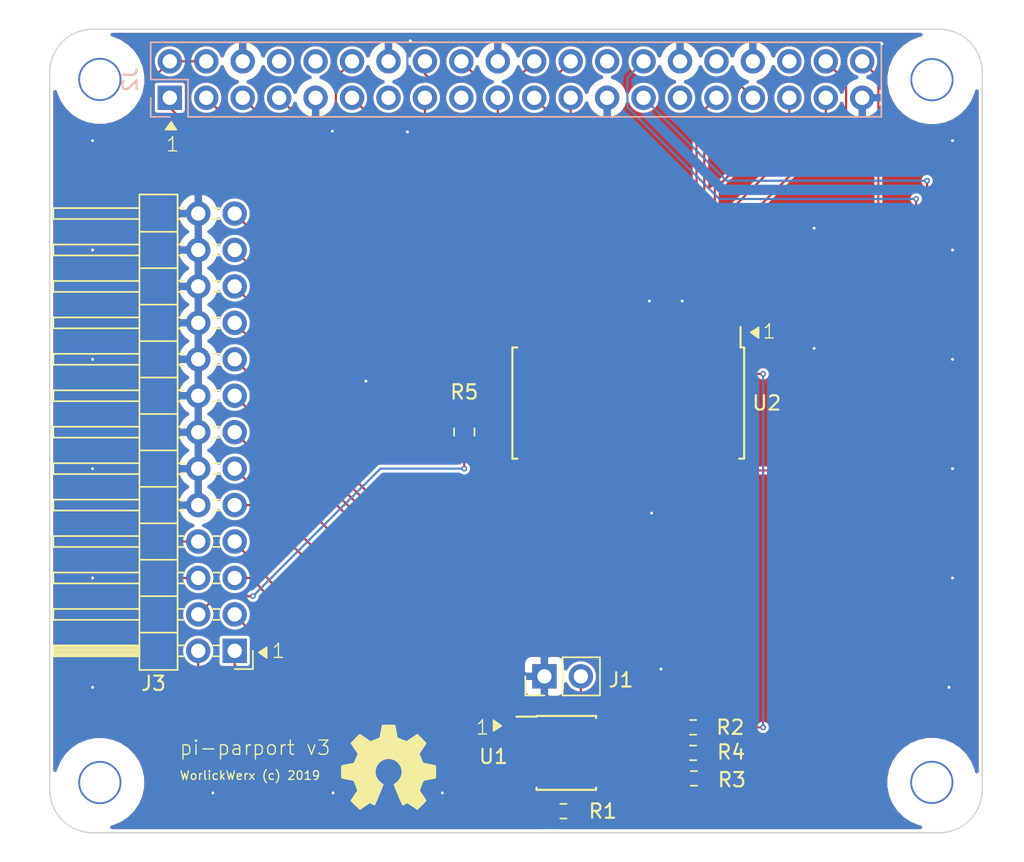
<source format=kicad_pcb>
(kicad_pcb (version 20171130) (host pcbnew "(5.1.5-0-10_14)")
  (layers (0 F.Cu signal) (31 B.Cu signal) (34 B.Paste user) (35 F.Paste user) (36 B.SilkS user) (37 F.SilkS user) (38 B.Mask user) (39 F.Mask user) (44 Edge.Cuts user))
  (net 0 "")
  (net 1 GND)
  (net 2 /ID_SD_EEPROM)
  (net 3 /ID_SC_EEPROM)
  (net 4 "Net-(J1-Pad2)")
  (net 5 +3V3)
  (net 6 +5V)
  (net 7 /GPIO2)
  (net 8 /GPIO3)
  (net 9 /GPIO4)
  (net 10 "Net-(J2-Pad8)")
  (net 11 "Net-(J2-Pad10)")
  (net 12 /GPIO17)
  (net 13 /GPIO18)
  (net 14 "Net-(J2-Pad13)")
  (net 15 /GPIO22)
  (net 16 /GPIO23)
  (net 17 "Net-(J2-Pad17)")
  (net 18 /GPIO24)
  (net 19 /GPIO10)
  (net 20 /GPIO9)
  (net 21 /GPIO25)
  (net 22 /GPIO11)
  (net 23 /GPIO8)
  (net 24 "Net-(J2-Pad26)")
  (net 25 "Net-(J2-Pad29)")
  (net 26 /GPIO6)
  (net 27 "Net-(J2-Pad32)")
  (net 28 /GPIO13)
  (net 29 /GPIO19)
  (net 30 "Net-(J2-Pad36)")
  (net 31 /GPIO26)
  (net 32 /GPIO20)
  (net 33 /GPIO21)
  (net 34 /CONTROL0)
  (net 35 /CONTROL1)
  (net 36 /DATA0)
  (net 37 /STATUS3)
  (net 38 /DATA1)
  (net 39 /CONTROL2)
  (net 40 /DATA2)
  (net 41 /CONTROL3)
  (net 42 /DATA3)
  (net 43 /DATA4)
  (net 44 /DATA5)
  (net 45 /DATA6)
  (net 46 /DATA7)
  (net 47 /STATUS6)
  (net 48 /STATUS7)
  (net 49 /STATUS5)
  (net 50 /STATUS4)
  (net 51 "Net-(U2-Pad30)")
  (net 52 "Net-(U2-Pad43)")
  (module Symbol:OSHW-Symbol_6.7x6mm_SilkScreen (layer F.Cu) (at 102.1588 112.268)
    (fp_text reference REF** hide)
    (fp_text value OSHW-Symbol_6.7x6mm_SilkScreen hide)
  )
  (module Resistor_SMD:R_0603_1608Metric_Pad0.84x1.00mm_HandSolder (layer F.Cu) (at 123.3905 111.252 180)
    (fp_text reference R4 (at -2.65 0.05) (layer F.SilkS))
    (fp_text value 3.9K)
    (pad 2 smd rect (at 0.9625 0 180) (size 0.845 1) (layers F.Cu F.Paste F.Mask) (net 3 /ID_SC_EEPROM))
    (pad 1 smd rect (at -0.9625 0 180) (size 0.845 1) (layers F.Cu F.Paste F.Mask) (net 5 +3V3))
  )
  (module Resistor_SMD:R_0603_1608Metric_Pad0.84x1.00mm_HandSolder (layer F.Cu) (at 114.3535 115.316 180)
    (fp_text reference R1 (at -2.7405 0) (layer F.SilkS))
    (fp_text value DNP)
    (pad 2 smd rect (at 0.9625 0 180) (size 0.845 1) (layers F.Cu F.Paste F.Mask) (net 1 GND))
    (pad 1 smd rect (at -0.9625 0 180) (size 0.845 1) (layers F.Cu F.Paste F.Mask) (net 4 "Net-(J1-Pad2)"))
  )
  (module Package_SOIC:SOIC-8_3.9x4.9mm_P1.27mm (layer F.Cu) (at 114.554 111.252)
    (fp_text reference U1 (at -5.08 0.254 180) (layer F.SilkS))
    (fp_text value CAT24C32)
    (pad 1 smd rect (at -2.7 -1.905) (size 1.55 0.6) (layers F.Cu F.Paste F.Mask) (net 1 GND))
    (pad 2 smd rect (at -2.7 -0.635) (size 1.55 0.6) (layers F.Cu F.Paste F.Mask) (net 1 GND))
    (pad 3 smd rect (at -2.7 0.635) (size 1.55 0.6) (layers F.Cu F.Paste F.Mask) (net 1 GND))
    (pad 4 smd rect (at -2.7 1.905) (size 1.55 0.6) (layers F.Cu F.Paste F.Mask) (net 1 GND))
    (pad 5 smd rect (at 2.7 1.905) (size 1.55 0.6) (layers F.Cu F.Paste F.Mask) (net 2 /ID_SD_EEPROM))
    (pad 6 smd rect (at 2.7 0.635) (size 1.55 0.6) (layers F.Cu F.Paste F.Mask) (net 3 /ID_SC_EEPROM))
    (pad 7 smd rect (at 2.7 -0.635) (size 1.55 0.6) (layers F.Cu F.Paste F.Mask) (net 4 "Net-(J1-Pad2)"))
    (pad 8 smd rect (at 2.7 -1.905) (size 1.55 0.6) (layers F.Cu F.Paste F.Mask) (net 5 +3V3))
  )
  (module Package_SO:SSOP-48_7.5x15.9mm_P0.635mm (layer F.Cu) (at 118.872 86.868 270)
    (fp_text reference U2 (at 0 -9.652 180) (layer F.SilkS))
    (fp_text value SN74LVC161284DLR)
    (pad 1 smd rect (at -4.7 -7.3025 270) (size 1.2 0.4) (layers F.Cu F.Paste F.Mask) (net 32 /GPIO20))
    (pad 2 smd rect (at -4.7 -6.6675 270) (size 1.2 0.4) (layers F.Cu F.Paste F.Mask) (net 31 /GPIO26))
    (pad 3 smd rect (at -4.7 -6.0325 270) (size 1.2 0.4) (layers F.Cu F.Paste F.Mask) (net 29 /GPIO19))
    (pad 4 smd rect (at -4.7 -5.3975 270) (size 1.2 0.4) (layers F.Cu F.Paste F.Mask) (net 26 /GPIO6))
    (pad 5 smd rect (at -4.7 -4.7625 270) (size 1.2 0.4) (layers F.Cu F.Paste F.Mask) (net 28 /GPIO13))
    (pad 6 smd rect (at -4.7 -4.1275 270) (size 1.2 0.4) (layers F.Cu F.Paste F.Mask) (net 1 GND))
    (pad 7 smd rect (at -4.7 -3.4925 270) (size 1.2 0.4) (layers F.Cu F.Paste F.Mask) (net 5 +3V3))
    (pad 8 smd rect (at -4.7 -2.8575 270) (size 1.2 0.4) (layers F.Cu F.Paste F.Mask) (net 22 /GPIO11))
    (pad 9 smd rect (at -4.7 -2.2225 270) (size 1.2 0.4) (layers F.Cu F.Paste F.Mask) (net 23 /GPIO8))
    (pad 10 smd rect (at -4.7 -1.5875 270) (size 1.2 0.4) (layers F.Cu F.Paste F.Mask) (net 1 GND))
    (pad 11 smd rect (at -4.7 -0.9525 270) (size 1.2 0.4) (layers F.Cu F.Paste F.Mask) (net 20 /GPIO9))
    (pad 12 smd rect (at -4.7 -0.3175 270) (size 1.2 0.4) (layers F.Cu F.Paste F.Mask) (net 21 /GPIO25))
    (pad 13 smd rect (at -4.7 0.3175 270) (size 1.2 0.4) (layers F.Cu F.Paste F.Mask) (net 19 /GPIO10))
    (pad 14 smd rect (at -4.7 0.9525 270) (size 1.2 0.4) (layers F.Cu F.Paste F.Mask) (net 18 /GPIO24))
    (pad 15 smd rect (at -4.7 1.5875 270) (size 1.2 0.4) (layers F.Cu F.Paste F.Mask) (net 1 GND))
    (pad 16 smd rect (at -4.7 2.2225 270) (size 1.2 0.4) (layers F.Cu F.Paste F.Mask) (net 16 /GPIO23))
    (pad 17 smd rect (at -4.7 2.8575 270) (size 1.2 0.4) (layers F.Cu F.Paste F.Mask) (net 15 /GPIO22))
    (pad 18 smd rect (at -4.7 3.4925 270) (size 1.2 0.4) (layers F.Cu F.Paste F.Mask) (net 5 +3V3))
    (pad 19 smd rect (at -4.7 4.1275 270) (size 1.2 0.4) (layers F.Cu F.Paste F.Mask) (net 1 GND))
    (pad 20 smd rect (at -4.7 4.7625 270) (size 1.2 0.4) (layers F.Cu F.Paste F.Mask) (net 12 /GPIO17))
    (pad 21 smd rect (at -4.7 5.3975 270) (size 1.2 0.4) (layers F.Cu F.Paste F.Mask) (net 13 /GPIO18))
    (pad 22 smd rect (at -4.7 6.0325 270) (size 1.2 0.4) (layers F.Cu F.Paste F.Mask) (net 9 /GPIO4))
    (pad 23 smd rect (at -4.7 6.6675 270) (size 1.2 0.4) (layers F.Cu F.Paste F.Mask) (net 8 /GPIO3))
    (pad 24 smd rect (at -4.7 7.3025 270) (size 1.2 0.4) (layers F.Cu F.Paste F.Mask) (net 7 /GPIO2))
    (pad 25 smd rect (at 4.7 7.3025 270) (size 1.2 0.4) (layers F.Cu F.Paste F.Mask) (net 37 /STATUS3))
    (pad 26 smd rect (at 4.7 6.6675 270) (size 1.2 0.4) (layers F.Cu F.Paste F.Mask) (net 50 /STATUS4))
    (pad 27 smd rect (at 4.7 6.0325 270) (size 1.2 0.4) (layers F.Cu F.Paste F.Mask) (net 49 /STATUS5))
    (pad 28 smd rect (at 4.7 5.3975 270) (size 1.2 0.4) (layers F.Cu F.Paste F.Mask) (net 48 /STATUS7))
    (pad 29 smd rect (at 4.7 4.7625 270) (size 1.2 0.4) (layers F.Cu F.Paste F.Mask) (net 47 /STATUS6))
    (pad 30 smd rect (at 4.7 4.1275 270) (size 1.2 0.4) (layers F.Cu F.Paste F.Mask) (net 51 "Net-(U2-Pad30)"))
    (pad 31 smd rect (at 4.7 3.4925 270) (size 1.2 0.4) (layers F.Cu F.Paste F.Mask) (net 6 +5V))
    (pad 32 smd rect (at 4.7 2.8575 270) (size 1.2 0.4) (layers F.Cu F.Paste F.Mask) (net 46 /DATA7))
    (pad 33 smd rect (at 4.7 2.2225 270) (size 1.2 0.4) (layers F.Cu F.Paste F.Mask) (net 45 /DATA6))
    (pad 34 smd rect (at 4.7 1.5875 270) (size 1.2 0.4) (layers F.Cu F.Paste F.Mask) (net 1 GND))
    (pad 35 smd rect (at 4.7 0.9525 270) (size 1.2 0.4) (layers F.Cu F.Paste F.Mask) (net 44 /DATA5))
    (pad 36 smd rect (at 4.7 0.3175 270) (size 1.2 0.4) (layers F.Cu F.Paste F.Mask) (net 43 /DATA4))
    (pad 37 smd rect (at 4.7 -0.3175 270) (size 1.2 0.4) (layers F.Cu F.Paste F.Mask) (net 42 /DATA3))
    (pad 38 smd rect (at 4.7 -0.9525 270) (size 1.2 0.4) (layers F.Cu F.Paste F.Mask) (net 40 /DATA2))
    (pad 39 smd rect (at 4.7 -1.5875 270) (size 1.2 0.4) (layers F.Cu F.Paste F.Mask) (net 1 GND))
    (pad 40 smd rect (at 4.7 -2.2225 270) (size 1.2 0.4) (layers F.Cu F.Paste F.Mask) (net 38 /DATA1))
    (pad 41 smd rect (at 4.7 -2.8575 270) (size 1.2 0.4) (layers F.Cu F.Paste F.Mask) (net 36 /DATA0))
    (pad 42 smd rect (at 4.7 -3.4925 270) (size 1.2 0.4) (layers F.Cu F.Paste F.Mask) (net 6 +5V))
    (pad 43 smd rect (at 4.7 -4.1275 270) (size 1.2 0.4) (layers F.Cu F.Paste F.Mask) (net 52 "Net-(U2-Pad43)"))
    (pad 44 smd rect (at 4.7 -4.7625 270) (size 1.2 0.4) (layers F.Cu F.Paste F.Mask) (net 34 /CONTROL0))
    (pad 45 smd rect (at 4.7 -5.3975 270) (size 1.2 0.4) (layers F.Cu F.Paste F.Mask) (net 35 /CONTROL1))
    (pad 46 smd rect (at 4.7 -6.0325 270) (size 1.2 0.4) (layers F.Cu F.Paste F.Mask) (net 39 /CONTROL2))
    (pad 47 smd rect (at 4.7 -6.6675 270) (size 1.2 0.4) (layers F.Cu F.Paste F.Mask) (net 41 /CONTROL3))
    (pad 48 smd rect (at 4.7 -7.3025 270) (size 1.2 0.4) (layers F.Cu F.Paste F.Mask) (net 33 /GPIO21))
  )
  (module Resistor_SMD:R_0603_1608Metric_Pad0.84x1.00mm_HandSolder (layer F.Cu) (at 123.3905 109.474)
    (fp_text reference R2 (at 2.5935 0) (layer F.SilkS))
    (fp_text value 10K)
    (pad 1 smd rect (at -0.9625 0) (size 0.845 1) (layers F.Cu F.Paste F.Mask) (net 4 "Net-(J1-Pad2)"))
    (pad 2 smd rect (at 0.9625 0) (size 0.845 1) (layers F.Cu F.Paste F.Mask) (net 5 +3V3))
  )
  (module Connector_PinHeader_2.54mm:PinHeader_2x13_P2.54mm_Horizontal (layer F.Cu) (at 91.44 104.14 180)
    (fp_text reference J3 (at 5.655 -2.27) (layer F.SilkS))
    (fp_text value Conn_02x13_Odd_Even)
    (pad 1 thru_hole rect (at 0 0 180) (size 1.7 1.7) (drill 1) (layers *.Cu *.Mask) (net 34 /CONTROL0))
    (pad 2 thru_hole oval (at 2.54 0 180) (size 1.7 1.7) (drill 1) (layers *.Cu *.Mask) (net 35 /CONTROL1))
    (pad 3 thru_hole oval (at 0 2.54 180) (size 1.7 1.7) (drill 1) (layers *.Cu *.Mask) (net 36 /DATA0))
    (pad 4 thru_hole oval (at 2.54 2.54 180) (size 1.7 1.7) (drill 1) (layers *.Cu *.Mask) (net 37 /STATUS3))
    (pad 5 thru_hole oval (at 0 5.08 180) (size 1.7 1.7) (drill 1) (layers *.Cu *.Mask) (net 38 /DATA1))
    (pad 6 thru_hole oval (at 2.54 5.08 180) (size 1.7 1.7) (drill 1) (layers *.Cu *.Mask) (net 39 /CONTROL2))
    (pad 7 thru_hole oval (at 0 7.62 180) (size 1.7 1.7) (drill 1) (layers *.Cu *.Mask) (net 40 /DATA2))
    (pad 8 thru_hole oval (at 2.54 7.62 180) (size 1.7 1.7) (drill 1) (layers *.Cu *.Mask) (net 41 /CONTROL3))
    (pad 9 thru_hole oval (at 0 10.16 180) (size 1.7 1.7) (drill 1) (layers *.Cu *.Mask) (net 42 /DATA3))
    (pad 10 thru_hole oval (at 2.54 10.16 180) (size 1.7 1.7) (drill 1) (layers *.Cu *.Mask) (net 1 GND))
    (pad 11 thru_hole oval (at 0 12.7 180) (size 1.7 1.7) (drill 1) (layers *.Cu *.Mask) (net 43 /DATA4))
    (pad 12 thru_hole oval (at 2.54 12.7 180) (size 1.7 1.7) (drill 1) (layers *.Cu *.Mask) (net 1 GND))
    (pad 13 thru_hole oval (at 0 15.24 180) (size 1.7 1.7) (drill 1) (layers *.Cu *.Mask) (net 44 /DATA5))
    (pad 14 thru_hole oval (at 2.54 15.24 180) (size 1.7 1.7) (drill 1) (layers *.Cu *.Mask) (net 1 GND))
    (pad 15 thru_hole oval (at 0 17.78 180) (size 1.7 1.7) (drill 1) (layers *.Cu *.Mask) (net 45 /DATA6))
    (pad 16 thru_hole oval (at 2.54 17.78 180) (size 1.7 1.7) (drill 1) (layers *.Cu *.Mask) (net 1 GND))
    (pad 17 thru_hole oval (at 0 20.32 180) (size 1.7 1.7) (drill 1) (layers *.Cu *.Mask) (net 46 /DATA7))
    (pad 18 thru_hole oval (at 2.54 20.32 180) (size 1.7 1.7) (drill 1) (layers *.Cu *.Mask) (net 1 GND))
    (pad 19 thru_hole oval (at 0 22.86 180) (size 1.7 1.7) (drill 1) (layers *.Cu *.Mask) (net 47 /STATUS6))
    (pad 20 thru_hole oval (at 2.54 22.86 180) (size 1.7 1.7) (drill 1) (layers *.Cu *.Mask) (net 1 GND))
    (pad 21 thru_hole oval (at 0 25.4 180) (size 1.7 1.7) (drill 1) (layers *.Cu *.Mask) (net 48 /STATUS7))
    (pad 22 thru_hole oval (at 2.54 25.4 180) (size 1.7 1.7) (drill 1) (layers *.Cu *.Mask) (net 1 GND))
    (pad 23 thru_hole oval (at 0 27.94 180) (size 1.7 1.7) (drill 1) (layers *.Cu *.Mask) (net 49 /STATUS5))
    (pad 24 thru_hole oval (at 2.54 27.94 180) (size 1.7 1.7) (drill 1) (layers *.Cu *.Mask) (net 1 GND))
    (pad 25 thru_hole oval (at 0 30.48 180) (size 1.7 1.7) (drill 1) (layers *.Cu *.Mask) (net 50 /STATUS4))
    (pad 26 thru_hole oval (at 2.54 30.48 180) (size 1.7 1.7) (drill 1) (layers *.Cu *.Mask) (net 1 GND))
  )
  (module Connector_PinSocket_2.54mm:PinSocket_2x20_P2.54mm_Vertical (layer B.Cu) (at 86.92 65.59 270)
    (fp_text reference J2 (at -1.27 2.77 270) (layer B.SilkS) (effects (justify mirror)))
    (fp_text value 40HAT)
    (pad 1 thru_hole rect (at 0 0 270) (size 1.7 1.7) (drill 1) (layers *.Cu *.Mask) (net 5 +3V3))
    (pad 2 thru_hole oval (at -2.54 0 270) (size 1.7 1.7) (drill 1) (layers *.Cu *.Mask) (net 6 +5V))
    (pad 3 thru_hole oval (at 0 -2.54 270) (size 1.7 1.7) (drill 1) (layers *.Cu *.Mask) (net 7 /GPIO2))
    (pad 4 thru_hole oval (at -2.54 -2.54 270) (size 1.7 1.7) (drill 1) (layers *.Cu *.Mask) (net 6 +5V))
    (pad 5 thru_hole oval (at 0 -5.08 270) (size 1.7 1.7) (drill 1) (layers *.Cu *.Mask) (net 8 /GPIO3))
    (pad 6 thru_hole oval (at -2.54 -5.08 270) (size 1.7 1.7) (drill 1) (layers *.Cu *.Mask) (net 1 GND))
    (pad 7 thru_hole oval (at 0 -7.62 270) (size 1.7 1.7) (drill 1) (layers *.Cu *.Mask) (net 9 /GPIO4))
    (pad 8 thru_hole oval (at -2.54 -7.62 270) (size 1.7 1.7) (drill 1) (layers *.Cu *.Mask) (net 10 "Net-(J2-Pad8)"))
    (pad 9 thru_hole oval (at 0 -10.16 270) (size 1.7 1.7) (drill 1) (layers *.Cu *.Mask) (net 1 GND))
    (pad 10 thru_hole oval (at -2.54 -10.16 270) (size 1.7 1.7) (drill 1) (layers *.Cu *.Mask) (net 11 "Net-(J2-Pad10)"))
    (pad 11 thru_hole oval (at 0 -12.7 270) (size 1.7 1.7) (drill 1) (layers *.Cu *.Mask) (net 12 /GPIO17))
    (pad 12 thru_hole oval (at -2.54 -12.7 270) (size 1.7 1.7) (drill 1) (layers *.Cu *.Mask) (net 13 /GPIO18))
    (pad 13 thru_hole oval (at 0 -15.24 270) (size 1.7 1.7) (drill 1) (layers *.Cu *.Mask) (net 14 "Net-(J2-Pad13)"))
    (pad 14 thru_hole oval (at -2.54 -15.24 270) (size 1.7 1.7) (drill 1) (layers *.Cu *.Mask) (net 1 GND))
    (pad 15 thru_hole oval (at 0 -17.78 270) (size 1.7 1.7) (drill 1) (layers *.Cu *.Mask) (net 15 /GPIO22))
    (pad 16 thru_hole oval (at -2.54 -17.78 270) (size 1.7 1.7) (drill 1) (layers *.Cu *.Mask) (net 16 /GPIO23))
    (pad 17 thru_hole oval (at 0 -20.32 270) (size 1.7 1.7) (drill 1) (layers *.Cu *.Mask) (net 17 "Net-(J2-Pad17)"))
    (pad 18 thru_hole oval (at -2.54 -20.32 270) (size 1.7 1.7) (drill 1) (layers *.Cu *.Mask) (net 18 /GPIO24))
    (pad 19 thru_hole oval (at 0 -22.86 270) (size 1.7 1.7) (drill 1) (layers *.Cu *.Mask) (net 19 /GPIO10))
    (pad 20 thru_hole oval (at -2.54 -22.86 270) (size 1.7 1.7) (drill 1) (layers *.Cu *.Mask) (net 1 GND))
    (pad 21 thru_hole oval (at 0 -25.4 270) (size 1.7 1.7) (drill 1) (layers *.Cu *.Mask) (net 20 /GPIO9))
    (pad 22 thru_hole oval (at -2.54 -25.4 270) (size 1.7 1.7) (drill 1) (layers *.Cu *.Mask) (net 21 /GPIO25))
    (pad 23 thru_hole oval (at 0 -27.94 270) (size 1.7 1.7) (drill 1) (layers *.Cu *.Mask) (net 22 /GPIO11))
    (pad 24 thru_hole oval (at -2.54 -27.94 270) (size 1.7 1.7) (drill 1) (layers *.Cu *.Mask) (net 23 /GPIO8))
    (pad 25 thru_hole oval (at 0 -30.48 270) (size 1.7 1.7) (drill 1) (layers *.Cu *.Mask) (net 1 GND))
    (pad 26 thru_hole oval (at -2.54 -30.48 270) (size 1.7 1.7) (drill 1) (layers *.Cu *.Mask) (net 24 "Net-(J2-Pad26)"))
    (pad 27 thru_hole oval (at 0 -33.02 270) (size 1.7 1.7) (drill 1) (layers *.Cu *.Mask) (net 2 /ID_SD_EEPROM))
    (pad 28 thru_hole oval (at -2.54 -33.02 270) (size 1.7 1.7) (drill 1) (layers *.Cu *.Mask) (net 3 /ID_SC_EEPROM))
    (pad 29 thru_hole oval (at 0 -35.56 270) (size 1.7 1.7) (drill 1) (layers *.Cu *.Mask) (net 25 "Net-(J2-Pad29)"))
    (pad 30 thru_hole oval (at -2.54 -35.56 270) (size 1.7 1.7) (drill 1) (layers *.Cu *.Mask) (net 1 GND))
    (pad 31 thru_hole oval (at 0 -38.1 270) (size 1.7 1.7) (drill 1) (layers *.Cu *.Mask) (net 26 /GPIO6))
    (pad 32 thru_hole oval (at -2.54 -38.1 270) (size 1.7 1.7) (drill 1) (layers *.Cu *.Mask) (net 27 "Net-(J2-Pad32)"))
    (pad 33 thru_hole oval (at 0 -40.64 270) (size 1.7 1.7) (drill 1) (layers *.Cu *.Mask) (net 28 /GPIO13))
    (pad 34 thru_hole oval (at -2.54 -40.64 270) (size 1.7 1.7) (drill 1) (layers *.Cu *.Mask) (net 1 GND))
    (pad 35 thru_hole oval (at 0 -43.18 270) (size 1.7 1.7) (drill 1) (layers *.Cu *.Mask) (net 29 /GPIO19))
    (pad 36 thru_hole oval (at -2.54 -43.18 270) (size 1.7 1.7) (drill 1) (layers *.Cu *.Mask) (net 30 "Net-(J2-Pad36)"))
    (pad 37 thru_hole oval (at 0 -45.72 270) (size 1.7 1.7) (drill 1) (layers *.Cu *.Mask) (net 31 /GPIO26))
    (pad 38 thru_hole oval (at -2.54 -45.72 270) (size 1.7 1.7) (drill 1) (layers *.Cu *.Mask) (net 32 /GPIO20))
    (pad 39 thru_hole oval (at 0 -48.26 270) (size 1.7 1.7) (drill 1) (layers *.Cu *.Mask) (net 1 GND))
    (pad 40 thru_hole oval (at -2.54 -48.26 270) (size 1.7 1.7) (drill 1) (layers *.Cu *.Mask) (net 33 /GPIO21))
  )
  (module Connector_PinHeader_2.54mm:PinHeader_1x02_P2.54mm_Vertical (layer F.Cu) (at 113.03 105.918 90)
    (fp_text reference J1 (at -0.254 5.334 180) (layer F.SilkS))
    (fp_text value CONN_01X02)
    (pad 1 thru_hole rect (at 0 0 90) (size 1.7 1.7) (drill 1) (layers *.Cu *.Mask) (net 1 GND))
    (pad 2 thru_hole oval (at 0 2.54 90) (size 1.7 1.7) (drill 1) (layers *.Cu *.Mask) (net 4 "Net-(J1-Pad2)"))
  )
  (module Resistor_SMD:R_0603_1608Metric_Pad0.84x1.00mm_HandSolder (layer F.Cu) (at 123.444 113.03 180)
    (fp_text reference R3 (at -2.65 -0.1) (layer F.SilkS))
    (fp_text value 3.9K)
    (pad 1 smd rect (at -0.9625 0 180) (size 0.845 1) (layers F.Cu F.Paste F.Mask) (net 5 +3V3))
    (pad 2 smd rect (at 0.9625 0 180) (size 0.845 1) (layers F.Cu F.Paste F.Mask) (net 2 /ID_SD_EEPROM))
  )
  (module project_footprints:NPTH_3mm_ID (layer F.Cu) (at 82.04 64.31)
    (fp_text reference H1 (at 0.06 0.09) (layer F.SilkS))
    (fp_text value 3mm_Mounting_Hole hide)
    (pad "" np_thru_hole circle (at 0 0) (size 3 3) (drill 2.75) (layers *.Cu *.Mask) (clearance 1.6))
  )
  (module project_footprints:NPTH_3mm_ID (layer F.Cu) (at 140.04 64.33)
    (fp_text reference H3 (at 0.06 0.09) (layer F.SilkS))
    (fp_text value 3mm_Mounting_Hole hide)
    (pad "" np_thru_hole circle (at 0 0) (size 3 3) (drill 2.75) (layers *.Cu *.Mask) (clearance 1.6))
  )
  (module project_footprints:NPTH_3mm_ID (layer F.Cu) (at 82.04 113.32)
    (fp_text reference H2 (at 0.06 0.09) (layer F.SilkS))
    (fp_text value 3mm_Mounting_Hole hide)
    (pad "" np_thru_hole circle (at 0 0) (size 3 3) (drill 2.75) (layers *.Cu *.Mask) (clearance 1.6))
  )
  (module project_footprints:NPTH_3mm_ID (layer F.Cu) (at 140.03 113.31)
    (fp_text reference H4 (at 0.06 0.09) (layer F.SilkS))
    (fp_text value 3mm_Mounting_Hole hide)
    (pad "" np_thru_hole circle (at 0 0) (size 3 3) (drill 2.75) (layers *.Cu *.Mask) (clearance 1.6))
  )
  (module Resistor_SMD:R_0805_2012Metric_Pad1.15x1.40mm_HandSolder (layer F.Cu) (at 107.442 88.891 90)
    (fp_text reference R5 (at 2.785 0 180) (layer F.SilkS))
    (fp_text value 1.4K)
    (pad 1 smd roundrect (at -1.025 0 90) (size 1.15 1.4) (layers F.Cu F.Paste F.Mask) (roundrect_rratio 0.217391) (net 37 /STATUS3))
    (pad 2 smd roundrect (at 1.025 0 90) (size 1.15 1.4) (layers F.Cu F.Paste F.Mask) (roundrect_rratio 0.217391) (net 6 +5V))
  )
  (gr_text 1 (at 87.122 68.834) (layer F.SilkS) (effects (font (size 1 1) (thickness 0.09))))
  (gr_poly (pts (xy 86.614 67.818) (xy 87.0204 67.2592) (xy 87.376 67.818)) (layer F.SilkS) (width 0.1))
  (gr_text 1 (at 108.712 109.474) (layer F.SilkS) (effects (font (size 1 1) (thickness 0.09))))
  (gr_poly (pts (xy 109.474 108.966) (xy 110.0328 109.3724) (xy 109.474 109.728)) (layer F.SilkS) (width 0.1))
  (gr_poly (pts (xy 93.6752 104.648) (xy 93.1164 104.2416) (xy 93.6752 103.886)) (layer F.SilkS) (width 0.1))
  (gr_text 1 (at 94.488 104.14) (layer F.SilkS) (effects (font (size 1 1) (thickness 0.09))))
  (gr_text 1 (at 128.7 81.875) (layer F.SilkS) (effects (font (size 1 1) (thickness 0.09))))
  (gr_poly (pts (xy 127.9652 82.3468) (xy 127.4064 81.9404) (xy 127.9652 81.5848)) (layer F.SilkS) (width 0.1))
  (gr_text "WorlickWerx (c) 2019" (at 92.5068 112.8268) (layer F.SilkS) (effects (font (size 0.6 0.6) (thickness 0.09))))
  (gr_text "pi-parport v3" (at 92.8624 110.8964) (layer F.SilkS) (effects (font (size 1 1) (thickness 0.09))))
  (gr_line (start 78.546356 63.817611) (end 78.546356 113.817611) (layer Edge.Cuts) (width 0.1))
  (gr_arc (start 81.546356 63.817611) (end 81.546356 60.817611) (angle -90) (layer Edge.Cuts) (width 0.1))
  (gr_line (start 140.546356 60.817611) (end 81.546356 60.817611) (layer Edge.Cuts) (width 0.1))
  (gr_arc (start 140.546356 63.817611) (end 143.546356 63.817611) (angle -90) (layer Edge.Cuts) (width 0.1))
  (gr_line (start 143.546356 113.817611) (end 143.546356 63.817611) (layer Edge.Cuts) (width 0.1))
  (gr_arc (start 81.546356 113.817611) (end 78.546356 113.817611) (angle -90) (layer Edge.Cuts) (width 0.1))
  (gr_line (start 81.546356 116.817611) (end 140.546356 116.817611) (layer Edge.Cuts) (width 0.1))
  (gr_arc (start 140.546356 113.817611) (end 140.546356 116.817611) (angle -89.9) (layer Edge.Cuts) (width 0.1))
  (via (at 81.534 76.2) (size 0.4) (drill 0.2) (layers F.Cu B.Cu) (net 1))
  (via (at 81.534 83.82) (size 0.4) (drill 0.2) (layers F.Cu B.Cu) (net 1))
  (via (at 81.534 91.44) (size 0.4) (drill 0.2) (layers F.Cu B.Cu) (net 1))
  (via (at 81.534 99.06) (size 0.4) (drill 0.2) (layers F.Cu B.Cu) (net 1))
  (via (at 81.534 106.68) (size 0.4) (drill 0.2) (layers F.Cu B.Cu) (net 1))
  (via (at 89.916 114.046) (size 0.4) (drill 0.2) (layers F.Cu B.Cu) (net 1))
  (via (at 98.298 114.046) (size 0.4) (drill 0.2) (layers F.Cu B.Cu) (net 1))
  (via (at 105.918 114.046) (size 0.4) (drill 0.2) (layers F.Cu B.Cu) (net 1))
  (via (at 141.224 106.68) (size 0.4) (drill 0.2) (layers F.Cu B.Cu) (net 1))
  (via (at 141.478 99.06) (size 0.4) (drill 0.2) (layers F.Cu B.Cu) (net 1))
  (via (at 141.478 91.44) (size 0.4) (drill 0.2) (layers F.Cu B.Cu) (net 1))
  (via (at 141.478 76.2) (size 0.4) (drill 0.2) (layers F.Cu B.Cu) (net 1))
  (via (at 141.478 68.58) (size 0.4) (drill 0.2) (layers F.Cu B.Cu) (net 1))
  (via (at 131.826 74.676) (size 0.4) (drill 0.2) (layers F.Cu B.Cu) (net 1))
  (via (at 131.826 83.058) (size 0.4) (drill 0.2) (layers F.Cu B.Cu) (net 1))
  (via (at 121.158 105.41) (size 0.4) (drill 0.2) (layers F.Cu B.Cu) (net 1))
  (via (at 100.584 85.344) (size 0.4) (drill 0.2) (layers F.Cu B.Cu) (net 1))
  (via (at 81.534 68.58) (size 0.4) (drill 0.2) (layers F.Cu B.Cu) (net 1))
  (via (at 141.478 83.82) (size 0.4) (drill 0.2) (layers F.Cu B.Cu) (net 1))
  (via (at 120.3452 79.756) (size 0.4) (drill 0.2) (layers F.Cu B.Cu) (net 1))
  (via (at 120.4976 94.5388) (size 0.4) (drill 0.2) (layers F.Cu B.Cu) (net 1))
  (via (at 122.6312 79.756) (size 0.4) (drill 0.2) (layers F.Cu B.Cu) (net 1))
  (segment (start 120.3452 79.756) (end 122.6312 79.756) (width 0.15) (layer B.Cu) (net 1))
  (segment (start 120.4976 79.9084) (end 120.3452 79.756) (width 0.15) (layer B.Cu) (net 1))
  (segment (start 120.4976 94.5388) (end 120.4976 79.9084) (width 0.15) (layer B.Cu) (net 1))
  (via (at 136.5504 61.8236) (size 0.4) (drill 0.2) (layers F.Cu B.Cu) (net 1))
  (via (at 98.2472 67.9196) (size 0.4) (drill 0.2) (layers F.Cu B.Cu) (net 1))
  (via (at 103.6828 61.6204) (size 0.4) (drill 0.2) (layers F.Cu B.Cu) (net 1))
  (via (at 103.4796 67.9704) (size 0.4) (drill 0.2) (layers F.Cu B.Cu) (net 1))
  (segment (start 103.279601 67.770401) (end 103.4796 67.9704) (width 0.15) (layer B.Cu) (net 1))
  (segment (start 103.228801 67.719601) (end 103.279601 67.770401) (width 0.15) (layer B.Cu) (net 1))
  (segment (start 98.447199 67.719601) (end 103.228801 67.719601) (width 0.15) (layer B.Cu) (net 1))
  (segment (start 98.2472 67.9196) (end 98.447199 67.719601) (width 0.15) (layer B.Cu) (net 1))
  (segment (start 103.4796 61.8236) (end 103.6828 61.6204) (width 0.15) (layer B.Cu) (net 1))
  (segment (start 103.4796 67.9704) (end 103.4796 61.8236) (width 0.15) (layer B.Cu) (net 1))
  (segment (start 119.94 66.06) (end 119.94 65.59) (width 0.25) (layer B.Cu) (net 2))
  (segment (start 120.49 66.14) (end 119.94 65.59) (width 0.15) (layer F.Cu) (net 2))
  (segment (start 122.3545 113.157) (end 122.4815 113.03) (width 0.15) (layer F.Cu) (net 2))
  (segment (start 117.254 113.157) (end 122.3545 113.157) (width 0.15) (layer F.Cu) (net 2))
  (segment (start 122.4815 113.68) (end 122.4815 113.03) (width 0.15) (layer F.Cu) (net 2))
  (segment (start 130.048 115.316) (end 123.698 115.316) (width 0.15) (layer F.Cu) (net 2))
  (segment (start 139.7 105.664) (end 130.048 115.316) (width 0.15) (layer F.Cu) (net 2))
  (segment (start 123.698 115.316) (end 122.4815 113.68) (width 0.15) (layer F.Cu) (net 2))
  (segment (start 139.7 71.374) (end 125.724 71.374) (width 0.15) (layer B.Cu) (net 2))
  (segment (start 125.724 71.374) (end 119.94 65.59) (width 0.15) (layer B.Cu) (net 2))
  (segment (start 139.7 71.374) (end 139.7 105.664) (width 0.15) (layer F.Cu) (net 2))
  (via (at 139.7 71.374) (size 0.4) (drill 0.2) (layers F.Cu B.Cu) (net 2))
  (segment (start 119.94 63.05) (end 119.85 63.05) (width 0.15) (layer F.Cu) (net 3))
  (segment (start 122.428 111.3295) (end 122.428 111.252) (width 0.15) (layer F.Cu) (net 3))
  (segment (start 121.8555 111.902) (end 122.428 111.3295) (width 0.15) (layer F.Cu) (net 3))
  (segment (start 121.808 111.902) (end 121.8555 111.902) (width 0.15) (layer F.Cu) (net 3))
  (segment (start 121.793 111.887) (end 121.808 111.902) (width 0.15) (layer F.Cu) (net 3))
  (segment (start 117.254 111.887) (end 121.793 111.887) (width 0.15) (layer F.Cu) (net 3))
  (segment (start 122.428 111.252) (end 123.0005 111.252) (width 0.15) (layer F.Cu) (net 3))
  (segment (start 123.0005 111.252) (end 123.444 111.6955) (width 0.15) (layer F.Cu) (net 3))
  (segment (start 123.444 111.6955) (end 123.444 114.046) (width 0.15) (layer F.Cu) (net 3))
  (segment (start 123.444 114.046) (end 123.952 114.554) (width 0.15) (layer F.Cu) (net 3))
  (segment (start 123.952 114.554) (end 124.300002 114.554) (width 0.15) (layer F.Cu) (net 3))
  (segment (start 124.300002 114.554) (end 129.794 114.554) (width 0.15) (layer F.Cu) (net 3))
  (via (at 138.938 72.644) (size 0.4) (drill 0.2) (layers F.Cu B.Cu) (net 3))
  (segment (start 138.938 105.41) (end 138.938 72.644) (width 0.15) (layer F.Cu) (net 3))
  (segment (start 129.794 114.554) (end 138.938 105.41) (width 0.15) (layer F.Cu) (net 3))
  (segment (start 118.814999 66.236999) (end 118.814999 64.175001) (width 0.15) (layer B.Cu) (net 3))
  (segment (start 118.814999 64.175001) (end 119.090001 63.899999) (width 0.15) (layer B.Cu) (net 3))
  (segment (start 125.222 72.644) (end 118.814999 66.236999) (width 0.15) (layer B.Cu) (net 3))
  (segment (start 119.090001 63.899999) (end 119.94 63.05) (width 0.15) (layer B.Cu) (net 3))
  (segment (start 138.938 72.644) (end 125.222 72.644) (width 0.15) (layer B.Cu) (net 3))
  (segment (start 122.428 109.5515) (end 122.428 109.474) (width 0.15) (layer F.Cu) (net 4))
  (segment (start 121.3625 110.617) (end 122.428 109.5515) (width 0.15) (layer F.Cu) (net 4))
  (segment (start 117.254 110.617) (end 121.3625 110.617) (width 0.15) (layer F.Cu) (net 4))
  (segment (start 116.14 110.428) (end 115.57 109.858) (width 0.15) (layer F.Cu) (net 4))
  (segment (start 116.329 110.617) (end 116.14 110.428) (width 0.15) (layer F.Cu) (net 4))
  (segment (start 115.57 109.858) (end 115.57 105.918) (width 0.15) (layer F.Cu) (net 4))
  (segment (start 116.14 110.428) (end 116.078 110.366) (width 0.15) (layer F.Cu) (net 4))
  (segment (start 115.316 114.666) (end 115.316 115.316) (width 0.15) (layer F.Cu) (net 4))
  (segment (start 115.316 111.63) (end 115.316 114.666) (width 0.15) (layer F.Cu) (net 4))
  (segment (start 116.329 110.617) (end 115.316 111.63) (width 0.15) (layer F.Cu) (net 4))
  (segment (start 117.254 110.617) (end 116.329 110.617) (width 0.15) (layer F.Cu) (net 4))
  (segment (start 124.4065 111.3055) (end 124.353 111.252) (width 0.15) (layer F.Cu) (net 5))
  (segment (start 124.4065 113.03) (end 124.4065 111.3055) (width 0.15) (layer F.Cu) (net 5))
  (segment (start 124.353 111.252) (end 124.353 109.474) (width 0.15) (layer F.Cu) (net 5))
  (segment (start 117.254 108.897) (end 118.201 107.95) (width 0.15) (layer F.Cu) (net 5))
  (segment (start 117.254 109.347) (end 117.254 108.897) (width 0.15) (layer F.Cu) (net 5))
  (segment (start 123.479 107.95) (end 124.353 108.824) (width 0.15) (layer F.Cu) (net 5))
  (segment (start 124.353 108.824) (end 124.353 109.474) (width 0.15) (layer F.Cu) (net 5))
  (segment (start 118.201 107.95) (end 123.479 107.95) (width 0.15) (layer F.Cu) (net 5))
  (segment (start 122.3645 83.8835) (end 122.3645 82.168) (width 0.15) (layer F.Cu) (net 5))
  (segment (start 121.412 84.836) (end 122.3645 83.8835) (width 0.15) (layer F.Cu) (net 5))
  (segment (start 115.3795 83.8835) (end 116.332 84.836) (width 0.15) (layer F.Cu) (net 5))
  (segment (start 115.3795 82.168) (end 115.3795 83.8835) (width 0.15) (layer F.Cu) (net 5))
  (segment (start 86.92 66.274012) (end 90.495988 69.85) (width 0.15) (layer F.Cu) (net 5))
  (segment (start 86.92 65.59) (end 86.92 66.274012) (width 0.15) (layer F.Cu) (net 5))
  (segment (start 90.495988 69.85) (end 91.948 69.85) (width 0.15) (layer F.Cu) (net 5))
  (segment (start 106.934 84.836) (end 117.856 84.836) (width 0.15) (layer F.Cu) (net 5))
  (segment (start 91.948 69.85) (end 106.934 84.836) (width 0.15) (layer F.Cu) (net 5))
  (segment (start 117.856 84.836) (end 121.412 84.836) (width 0.15) (layer F.Cu) (net 5))
  (segment (start 116.332 84.836) (end 117.856 84.836) (width 0.15) (layer F.Cu) (net 5))
  (via (at 128.27 84.836) (size 0.4) (drill 0.2) (layers F.Cu B.Cu) (net 5))
  (segment (start 121.412 84.836) (end 128.27 84.836) (width 0.15) (layer F.Cu) (net 5))
  (via (at 128.27 109.474) (size 0.4) (drill 0.2) (layers F.Cu B.Cu) (net 5))
  (segment (start 128.27 84.836) (end 128.27 109.474) (width 0.15) (layer B.Cu) (net 5))
  (segment (start 128.27 109.474) (end 124.353 109.474) (width 0.15) (layer F.Cu) (net 5))
  (segment (start 108.142 87.866) (end 108.16 87.884) (width 0.15) (layer F.Cu) (net 6))
  (segment (start 107.442 87.866) (end 108.142 87.866) (width 0.15) (layer F.Cu) (net 6))
  (segment (start 115.3795 88.9635) (end 115.3795 91.568) (width 0.15) (layer F.Cu) (net 6))
  (segment (start 114.3 87.884) (end 115.3795 88.9635) (width 0.15) (layer F.Cu) (net 6))
  (segment (start 122.3645 90.818) (end 122.428 90.7545) (width 0.15) (layer F.Cu) (net 6))
  (segment (start 122.3645 91.568) (end 122.3645 90.818) (width 0.15) (layer F.Cu) (net 6))
  (segment (start 122.428 90.7545) (end 122.428 88.9) (width 0.15) (layer F.Cu) (net 6))
  (segment (start 121.412 87.884) (end 114.046 87.884) (width 0.15) (layer F.Cu) (net 6))
  (segment (start 114.046 87.884) (end 114.3 87.884) (width 0.15) (layer F.Cu) (net 6))
  (segment (start 122.428 88.9) (end 121.412 87.884) (width 0.15) (layer F.Cu) (net 6))
  (segment (start 108.16 87.884) (end 114.046 87.884) (width 0.15) (layer F.Cu) (net 6))
  (segment (start 85.215001 64.754999) (end 85.215001 67.946999) (width 0.15) (layer F.Cu) (net 6))
  (segment (start 86.92 63.05) (end 85.215001 64.754999) (width 0.15) (layer F.Cu) (net 6))
  (segment (start 85.215001 67.946999) (end 88.896002 71.628) (width 0.15) (layer F.Cu) (net 6))
  (segment (start 107.442 87.291) (end 107.442 87.866) (width 0.15) (layer F.Cu) (net 6))
  (segment (start 91.779 71.628) (end 107.442 87.291) (width 0.15) (layer F.Cu) (net 6))
  (segment (start 88.896002 71.628) (end 91.779 71.628) (width 0.15) (layer F.Cu) (net 6))
  (segment (start 86.92 63.05) (end 89.46 63.05) (width 0.15) (layer F.Cu) (net 6))
  (segment (start 106.038 82.168) (end 89.46 65.59) (width 0.15) (layer F.Cu) (net 7))
  (segment (start 111.5695 82.168) (end 106.038 82.168) (width 0.15) (layer F.Cu) (net 7))
  (segment (start 112.2045 81.507998) (end 111.468502 80.772) (width 0.15) (layer F.Cu) (net 8))
  (segment (start 112.2045 82.168) (end 112.2045 81.507998) (width 0.15) (layer F.Cu) (net 8))
  (segment (start 107.182 80.772) (end 92 65.59) (width 0.15) (layer F.Cu) (net 8))
  (segment (start 111.468502 80.772) (end 107.182 80.772) (width 0.15) (layer F.Cu) (net 8))
  (segment (start 112.8395 81.418) (end 111.1775 79.756) (width 0.15) (layer F.Cu) (net 9))
  (segment (start 112.8395 82.168) (end 112.8395 81.418) (width 0.15) (layer F.Cu) (net 9))
  (segment (start 108.706 79.756) (end 94.54 65.59) (width 0.15) (layer F.Cu) (net 9))
  (segment (start 111.1775 79.756) (end 108.706 79.756) (width 0.15) (layer F.Cu) (net 9))
  (segment (start 114.1095 80.0795) (end 114.1095 82.168) (width 0.15) (layer F.Cu) (net 12))
  (segment (start 99.62 65.59) (end 114.1095 80.0795) (width 0.15) (layer F.Cu) (net 12))
  (segment (start 98.494999 64.175001) (end 98.770001 63.899999) (width 0.15) (layer F.Cu) (net 13))
  (segment (start 98.770001 63.899999) (end 99.62 63.05) (width 0.15) (layer F.Cu) (net 13))
  (segment (start 98.494999 66.528497) (end 98.494999 64.175001) (width 0.15) (layer F.Cu) (net 13))
  (segment (start 113.4745 81.507998) (end 98.494999 66.528497) (width 0.15) (layer F.Cu) (net 13))
  (segment (start 113.4745 82.168) (end 113.4745 81.507998) (width 0.15) (layer F.Cu) (net 13))
  (segment (start 116.0145 82.168) (end 116.0145 79.6925) (width 0.15) (layer F.Cu) (net 15))
  (segment (start 104.7 68.378) (end 104.7 65.59) (width 0.15) (layer F.Cu) (net 15))
  (segment (start 116.0145 79.6925) (end 104.7 68.378) (width 0.15) (layer F.Cu) (net 15))
  (segment (start 104.7 63.924998) (end 105.918 65.142998) (width 0.15) (layer F.Cu) (net 16))
  (segment (start 104.7 63.05) (end 104.7 63.924998) (width 0.15) (layer F.Cu) (net 16))
  (segment (start 105.918 65.142998) (end 105.918 67.818) (width 0.15) (layer F.Cu) (net 16))
  (segment (start 116.6495 78.5495) (end 116.6495 82.168) (width 0.15) (layer F.Cu) (net 16))
  (segment (start 105.918 67.818) (end 116.6495 78.5495) (width 0.15) (layer F.Cu) (net 16))
  (segment (start 108.365001 64.175001) (end 108.365001 68.741001) (width 0.15) (layer F.Cu) (net 18))
  (segment (start 107.24 63.05) (end 108.365001 64.175001) (width 0.15) (layer F.Cu) (net 18))
  (segment (start 117.9195 78.2955) (end 117.9195 82.168) (width 0.15) (layer F.Cu) (net 18))
  (segment (start 108.365001 68.741001) (end 117.9195 78.2955) (width 0.15) (layer F.Cu) (net 18))
  (segment (start 109.78 65.59) (end 109.78 68.632) (width 0.15) (layer F.Cu) (net 19))
  (segment (start 118.5545 77.4065) (end 118.5545 82.168) (width 0.15) (layer F.Cu) (net 19))
  (segment (start 109.78 68.632) (end 118.5545 77.4065) (width 0.15) (layer F.Cu) (net 19))
  (segment (start 113.169999 66.439999) (end 113.169999 69.481999) (width 0.15) (layer F.Cu) (net 20))
  (segment (start 112.32 65.59) (end 113.169999 66.439999) (width 0.15) (layer F.Cu) (net 20))
  (segment (start 119.8245 76.1365) (end 119.8245 82.168) (width 0.15) (layer F.Cu) (net 20))
  (segment (start 113.169999 69.481999) (end 119.8245 76.1365) (width 0.15) (layer F.Cu) (net 20))
  (segment (start 112.32 63.05) (end 110.998 64.372) (width 0.15) (layer F.Cu) (net 21))
  (segment (start 110.998 64.372) (end 110.998 68.326) (width 0.15) (layer F.Cu) (net 21))
  (segment (start 119.1895 76.5175) (end 119.1895 82.168) (width 0.15) (layer F.Cu) (net 21))
  (segment (start 110.998 68.326) (end 119.1895 76.5175) (width 0.15) (layer F.Cu) (net 21))
  (segment (start 114.86 65.59) (end 114.86 68.378) (width 0.15) (layer F.Cu) (net 22))
  (segment (start 121.7295 75.2475) (end 121.7295 82.168) (width 0.15) (layer F.Cu) (net 22))
  (segment (start 114.86 68.378) (end 121.7295 75.2475) (width 0.15) (layer F.Cu) (net 22))
  (segment (start 113.734999 64.175001) (end 113.734999 68.522999) (width 0.15) (layer F.Cu) (net 23))
  (segment (start 114.86 63.05) (end 113.734999 64.175001) (width 0.15) (layer F.Cu) (net 23))
  (segment (start 113.734999 68.522999) (end 120.904 75.692) (width 0.15) (layer F.Cu) (net 23))
  (segment (start 121.0945 81.2165) (end 121.0945 81.418) (width 0.15) (layer F.Cu) (net 23))
  (segment (start 121.0945 81.418) (end 121.0945 82.168) (width 0.15) (layer F.Cu) (net 23))
  (segment (start 120.904 81.026) (end 121.0945 81.2165) (width 0.15) (layer F.Cu) (net 23))
  (segment (start 120.904 75.692) (end 120.904 81.026) (width 0.15) (layer F.Cu) (net 23))
  (segment (start 124.170001 82.068501) (end 124.2695 82.168) (width 0.15) (layer F.Cu) (net 26))
  (segment (start 124.170001 66.439999) (end 124.170001 82.068501) (width 0.15) (layer F.Cu) (net 26))
  (segment (start 125.02 65.59) (end 124.170001 66.439999) (width 0.15) (layer F.Cu) (net 26))
  (segment (start 123.6345 81.418) (end 123.6345 82.168) (width 0.15) (layer F.Cu) (net 28))
  (segment (start 124.479999 64.464999) (end 123.6345 65.310498) (width 0.15) (layer F.Cu) (net 28))
  (segment (start 123.6345 65.310498) (end 123.6345 81.418) (width 0.15) (layer F.Cu) (net 28))
  (segment (start 126.434999 64.464999) (end 124.479999 64.464999) (width 0.15) (layer F.Cu) (net 28))
  (segment (start 127.56 65.59) (end 126.434999 64.464999) (width 0.15) (layer F.Cu) (net 28))
  (segment (start 124.9045 71.987581) (end 124.9045 81.418) (width 0.15) (layer F.Cu) (net 29))
  (segment (start 124.9045 81.418) (end 124.9045 82.168) (width 0.15) (layer F.Cu) (net 29))
  (segment (start 130.1 66.792081) (end 124.9045 71.987581) (width 0.15) (layer F.Cu) (net 29))
  (segment (start 130.1 65.59) (end 130.1 66.792081) (width 0.15) (layer F.Cu) (net 29))
  (segment (start 125.5395 73.892581) (end 125.5395 81.418) (width 0.15) (layer F.Cu) (net 31))
  (segment (start 125.5395 81.418) (end 125.5395 82.168) (width 0.15) (layer F.Cu) (net 31))
  (segment (start 132.64 66.792081) (end 125.5395 73.892581) (width 0.15) (layer F.Cu) (net 31))
  (segment (start 132.64 65.59) (end 132.64 66.792081) (width 0.15) (layer F.Cu) (net 31))
  (segment (start 134.054999 64.464999) (end 134.054999 67.113001) (width 0.15) (layer F.Cu) (net 32))
  (segment (start 132.64 63.05) (end 134.054999 64.464999) (width 0.15) (layer F.Cu) (net 32))
  (segment (start 126.1745 74.9935) (end 126.1745 82.168) (width 0.15) (layer F.Cu) (net 32))
  (segment (start 134.054999 67.113001) (end 126.1745 74.9935) (width 0.15) (layer F.Cu) (net 32))
  (segment (start 136.305001 64.175001) (end 136.305001 84.928999) (width 0.15) (layer F.Cu) (net 33))
  (segment (start 135.18 63.05) (end 136.305001 64.175001) (width 0.15) (layer F.Cu) (net 33))
  (segment (start 129.666 91.568) (end 126.112 91.568) (width 0.15) (layer F.Cu) (net 33))
  (segment (start 126.112 91.568) (end 126.014501 91.470501) (width 0.15) (layer F.Cu) (net 33))
  (segment (start 136.305001 84.928999) (end 129.666 91.568) (width 0.15) (layer F.Cu) (net 33))
  (segment (start 123.6345 91.3765) (end 123.474501 91.216501) (width 0.15) (layer F.Cu) (net 34))
  (segment (start 109.696 103.124) (end 109.728 103.124) (width 0.15) (layer F.Cu) (net 34))
  (segment (start 91.44 105.14) (end 92.202 105.902) (width 0.15) (layer F.Cu) (net 34))
  (segment (start 109.728 103.124) (end 111.76 101.092) (width 0.15) (layer F.Cu) (net 34))
  (segment (start 106.918 105.902) (end 109.696 103.124) (width 0.15) (layer F.Cu) (net 34))
  (segment (start 111.76 101.092) (end 122.682 101.092) (width 0.15) (layer F.Cu) (net 34))
  (segment (start 123.444 92.5085) (end 123.444 100.33) (width 0.15) (layer F.Cu) (net 34))
  (segment (start 122.682 101.092) (end 123.444 100.33) (width 0.15) (layer F.Cu) (net 34))
  (segment (start 92.202 105.902) (end 106.918 105.902) (width 0.15) (layer F.Cu) (net 34))
  (segment (start 91.44 104.14) (end 91.44 105.14) (width 0.15) (layer F.Cu) (net 34))
  (segment (start 123.6345 92.318) (end 123.444 92.5085) (width 0.15) (layer F.Cu) (net 34))
  (segment (start 123.6345 91.568) (end 123.6345 92.318) (width 0.15) (layer F.Cu) (net 34))
  (segment (start 88.9 105.342081) (end 89.983919 106.68) (width 0.15) (layer F.Cu) (net 35))
  (segment (start 89.983919 106.68) (end 106.934 106.68) (width 0.15) (layer F.Cu) (net 35))
  (segment (start 122.682 101.854) (end 124.2695 100.33) (width 0.15) (layer F.Cu) (net 35))
  (segment (start 124.2695 100.33) (end 124.2695 91.3765) (width 0.15) (layer F.Cu) (net 35))
  (segment (start 124.2695 91.3765) (end 124.2695 91.568) (width 0.15) (layer F.Cu) (net 35))
  (segment (start 111.76 101.854) (end 122.682 101.854) (width 0.15) (layer F.Cu) (net 35))
  (segment (start 88.9 104.14) (end 88.9 105.342081) (width 0.15) (layer F.Cu) (net 35))
  (segment (start 106.934 106.68) (end 111.76 101.854) (width 0.15) (layer F.Cu) (net 35))
  (segment (start 121.7295 97.282) (end 121.7295 91.568) (width 0.15) (layer F.Cu) (net 36))
  (segment (start 119.38 100.33) (end 121.7295 97.282) (width 0.15) (layer F.Cu) (net 36))
  (segment (start 111.76 100.33) (end 119.38 100.33) (width 0.15) (layer F.Cu) (net 36))
  (segment (start 106.934 105.156) (end 111.76 100.33) (width 0.15) (layer F.Cu) (net 36))
  (segment (start 94.742 105.156) (end 106.934 105.156) (width 0.15) (layer F.Cu) (net 36))
  (segment (start 91.44 101.6) (end 94.742 105.156) (width 0.15) (layer F.Cu) (net 36))
  (via (at 107.442 91.44) (size 0.4) (drill 0.2) (layers F.Cu B.Cu) (net 37))
  (via (at 92.71 100.33) (size 0.4) (drill 0.2) (layers F.Cu B.Cu) (net 37))
  (segment (start 101.6 91.44) (end 92.71 100.33) (width 0.15) (layer B.Cu) (net 37))
  (segment (start 107.442 91.44) (end 101.6 91.44) (width 0.15) (layer B.Cu) (net 37))
  (segment (start 90.17 100.33) (end 88.9 101.6) (width 0.15) (layer F.Cu) (net 37))
  (segment (start 92.71 100.33) (end 90.17 100.33) (width 0.15) (layer F.Cu) (net 37))
  (segment (start 107.442 91.44) (end 107.442 89.916) (width 0.15) (layer F.Cu) (net 37))
  (segment (start 111.5695 90.818) (end 110.6675 89.916) (width 0.15) (layer F.Cu) (net 37))
  (segment (start 111.5695 91.568) (end 111.5695 90.818) (width 0.15) (layer F.Cu) (net 37))
  (segment (start 110.6675 89.916) (end 107.442 89.916) (width 0.15) (layer F.Cu) (net 37))
  (segment (start 121.158 97.282) (end 121.0945 91.568) (width 0.15) (layer F.Cu) (net 38))
  (segment (start 119.38 99.568) (end 121.158 97.282) (width 0.15) (layer F.Cu) (net 38))
  (segment (start 111.76 99.568) (end 119.38 99.568) (width 0.15) (layer F.Cu) (net 38))
  (segment (start 106.934 104.394) (end 111.76 99.568) (width 0.15) (layer F.Cu) (net 38))
  (segment (start 97.282 104.394) (end 106.934 104.394) (width 0.15) (layer F.Cu) (net 38))
  (segment (start 92.642081 99.06) (end 97.282 104.394) (width 0.15) (layer F.Cu) (net 38))
  (segment (start 91.44 99.06) (end 92.642081 99.06) (width 0.15) (layer F.Cu) (net 38))
  (segment (start 111.76 102.616) (end 122.682 102.616) (width 0.15) (layer F.Cu) (net 39))
  (segment (start 106.947012 107.442) (end 111.76 102.616) (width 0.15) (layer F.Cu) (net 39))
  (segment (start 86.614 106.934) (end 87.122 107.442) (width 0.15) (layer F.Cu) (net 39))
  (segment (start 86.614 100.33) (end 86.614 106.934) (width 0.15) (layer F.Cu) (net 39))
  (segment (start 122.682 102.616) (end 124.94768 100.33) (width 0.15) (layer F.Cu) (net 39))
  (segment (start 87.122 107.442) (end 106.947012 107.442) (width 0.15) (layer F.Cu) (net 39))
  (segment (start 87.697919 99.06) (end 86.614 100.33) (width 0.15) (layer F.Cu) (net 39))
  (segment (start 88.9 99.06) (end 87.697919 99.06) (width 0.15) (layer F.Cu) (net 39))
  (segment (start 124.94768 100.33) (end 124.968 100.30968) (width 0.15) (layer F.Cu) (net 39))
  (segment (start 124.94768 100.33) (end 124.9045 91.568) (width 0.15) (layer F.Cu) (net 39))
  (segment (start 119.888 97.282) (end 119.8245 91.568) (width 0.15) (layer F.Cu) (net 40))
  (segment (start 111.76 98.806) (end 118.618 98.806) (width 0.15) (layer F.Cu) (net 40))
  (segment (start 106.934 103.632) (end 111.76 98.806) (width 0.15) (layer F.Cu) (net 40))
  (segment (start 118.618 98.806) (end 119.888 97.282) (width 0.15) (layer F.Cu) (net 40))
  (segment (start 97.79 103.632) (end 106.934 103.632) (width 0.15) (layer F.Cu) (net 40))
  (segment (start 91.44 96.52) (end 97.79 103.632) (width 0.15) (layer F.Cu) (net 40))
  (segment (start 87.122 96.52) (end 85.852 97.79) (width 0.15) (layer F.Cu) (net 41))
  (segment (start 86.868 108.204) (end 106.934 108.204) (width 0.15) (layer F.Cu) (net 41))
  (segment (start 122.682 103.378) (end 125.73 100.33) (width 0.15) (layer F.Cu) (net 41))
  (segment (start 85.852 97.79) (end 85.852 107.188) (width 0.15) (layer F.Cu) (net 41))
  (segment (start 88.9 96.52) (end 87.122 96.52) (width 0.15) (layer F.Cu) (net 41))
  (segment (start 111.76 103.378) (end 122.682 103.378) (width 0.15) (layer F.Cu) (net 41))
  (segment (start 125.73 92.5085) (end 125.73 100.33) (width 0.15) (layer F.Cu) (net 41))
  (segment (start 125.5395 92.318) (end 125.73 92.5085) (width 0.15) (layer F.Cu) (net 41))
  (segment (start 106.934 108.204) (end 111.76 103.378) (width 0.15) (layer F.Cu) (net 41))
  (segment (start 125.5395 91.568) (end 125.5395 92.318) (width 0.15) (layer F.Cu) (net 41))
  (segment (start 85.852 107.188) (end 86.868 108.204) (width 0.15) (layer F.Cu) (net 41))
  (segment (start 119.1895 97.282) (end 119.1895 91.568) (width 0.15) (layer F.Cu) (net 42))
  (segment (start 118.618 98.044) (end 119.1895 97.282) (width 0.15) (layer F.Cu) (net 42))
  (segment (start 101.532081 102.87) (end 106.934 102.87) (width 0.15) (layer F.Cu) (net 42))
  (segment (start 111.76 98.044) (end 118.618 98.044) (width 0.15) (layer F.Cu) (net 42))
  (segment (start 106.934 102.87) (end 111.76 98.044) (width 0.15) (layer F.Cu) (net 42))
  (segment (start 92.642081 93.98) (end 101.532081 102.87) (width 0.15) (layer F.Cu) (net 42))
  (segment (start 91.44 93.98) (end 92.642081 93.98) (width 0.15) (layer F.Cu) (net 42))
  (segment (start 91.44 91.44) (end 102.108 102.108) (width 0.15) (layer F.Cu) (net 43))
  (segment (start 102.108 102.108) (end 106.934 102.108) (width 0.15) (layer F.Cu) (net 43))
  (segment (start 106.934 102.108) (end 111.76 97.282) (width 0.15) (layer F.Cu) (net 43))
  (segment (start 111.76 97.282) (end 118.11 97.282) (width 0.15) (layer F.Cu) (net 43))
  (segment (start 118.11 97.282) (end 118.618 96.774) (width 0.15) (layer F.Cu) (net 43))
  (segment (start 118.5545 96.7105) (end 118.5545 91.568) (width 0.15) (layer F.Cu) (net 43))
  (segment (start 118.618 96.774) (end 118.5545 96.7105) (width 0.15) (layer F.Cu) (net 43))
  (segment (start 117.348 96.52) (end 117.9195 96.012) (width 0.15) (layer F.Cu) (net 44))
  (segment (start 111.76 96.52) (end 117.348 96.52) (width 0.15) (layer F.Cu) (net 44))
  (segment (start 92.289999 90.003999) (end 103.632 101.346) (width 0.15) (layer F.Cu) (net 44))
  (segment (start 103.632 101.346) (end 106.934 101.346) (width 0.15) (layer F.Cu) (net 44))
  (segment (start 106.934 101.346) (end 111.76 96.52) (width 0.15) (layer F.Cu) (net 44))
  (segment (start 92.289999 89.749999) (end 92.289999 90.003999) (width 0.15) (layer F.Cu) (net 44))
  (segment (start 117.9195 96.012) (end 117.9195 91.568) (width 0.15) (layer F.Cu) (net 44))
  (segment (start 91.44 88.9) (end 92.289999 89.749999) (width 0.15) (layer F.Cu) (net 44))
  (segment (start 106.934 100.584) (end 111.76 95.758) (width 0.15) (layer F.Cu) (net 45))
  (segment (start 92.289999 87.717999) (end 105.156 100.584) (width 0.15) (layer F.Cu) (net 45))
  (segment (start 105.156 100.584) (end 106.934 100.584) (width 0.15) (layer F.Cu) (net 45))
  (segment (start 92.289999 87.209999) (end 92.289999 87.717999) (width 0.15) (layer F.Cu) (net 45))
  (segment (start 91.44 86.36) (end 92.289999 87.209999) (width 0.15) (layer F.Cu) (net 45))
  (segment (start 111.76 95.758) (end 116.078 95.758) (width 0.15) (layer F.Cu) (net 45))
  (segment (start 116.6495 95.1865) (end 116.6495 91.568) (width 0.15) (layer F.Cu) (net 45))
  (segment (start 116.078 95.758) (end 116.6495 95.1865) (width 0.15) (layer F.Cu) (net 45))
  (segment (start 105.156 99.822) (end 106.934 99.822) (width 0.15) (layer F.Cu) (net 46))
  (segment (start 93.218 87.884) (end 105.156 99.822) (width 0.15) (layer F.Cu) (net 46))
  (segment (start 106.934 99.822) (end 111.76 94.996) (width 0.15) (layer F.Cu) (net 46))
  (segment (start 93.218 85.598) (end 93.218 87.884) (width 0.15) (layer F.Cu) (net 46))
  (segment (start 91.44 83.82) (end 93.218 85.598) (width 0.15) (layer F.Cu) (net 46))
  (segment (start 111.76 94.996) (end 115.824 94.996) (width 0.15) (layer F.Cu) (net 46))
  (segment (start 116.0145 94.8055) (end 116.0145 91.568) (width 0.15) (layer F.Cu) (net 46))
  (segment (start 115.824 94.996) (end 116.0145 94.8055) (width 0.15) (layer F.Cu) (net 46))
  (segment (start 114.1095 93.9165) (end 114.1095 91.568) (width 0.15) (layer F.Cu) (net 47))
  (segment (start 91.44 81.28) (end 93.98 83.82) (width 0.15) (layer F.Cu) (net 47))
  (segment (start 105.156 99.06) (end 106.934 99.06) (width 0.15) (layer F.Cu) (net 47))
  (segment (start 111.76 94.234) (end 113.792 94.234) (width 0.15) (layer F.Cu) (net 47))
  (segment (start 106.934 99.06) (end 111.76 94.234) (width 0.15) (layer F.Cu) (net 47))
  (segment (start 93.98 87.884) (end 105.156 99.06) (width 0.15) (layer F.Cu) (net 47))
  (segment (start 113.792 94.234) (end 114.1095 93.9165) (width 0.15) (layer F.Cu) (net 47))
  (segment (start 93.98 83.82) (end 93.98 87.884) (width 0.15) (layer F.Cu) (net 47))
  (segment (start 91.44 78.74) (end 94.742 82.042) (width 0.15) (layer F.Cu) (net 48))
  (segment (start 94.742 82.042) (end 94.742 87.884) (width 0.15) (layer F.Cu) (net 48))
  (segment (start 94.742 87.884) (end 105.156 98.298) (width 0.15) (layer F.Cu) (net 48))
  (segment (start 105.156 98.298) (end 106.934 98.298) (width 0.15) (layer F.Cu) (net 48))
  (segment (start 106.934 98.298) (end 111.76 93.472) (width 0.15) (layer F.Cu) (net 48))
  (segment (start 111.76 93.472) (end 113.284 93.472) (width 0.15) (layer F.Cu) (net 48))
  (segment (start 113.284 93.472) (end 113.538 93.218) (width 0.15) (layer F.Cu) (net 48))
  (segment (start 113.4745 93.1545) (end 113.4745 91.568) (width 0.15) (layer F.Cu) (net 48))
  (segment (start 113.538 93.218) (end 113.4745 93.1545) (width 0.15) (layer F.Cu) (net 48))
  (segment (start 91.44 76.2) (end 95.504 80.264) (width 0.15) (layer F.Cu) (net 49))
  (segment (start 95.504 80.264) (end 95.504 87.884) (width 0.15) (layer F.Cu) (net 49))
  (segment (start 95.504 87.884) (end 105.156 97.536) (width 0.15) (layer F.Cu) (net 49))
  (segment (start 105.156 97.536) (end 106.934 97.536) (width 0.15) (layer F.Cu) (net 49))
  (segment (start 106.934 97.536) (end 111.76 92.71) (width 0.15) (layer F.Cu) (net 49))
  (segment (start 111.76 92.71) (end 112.776 92.71) (width 0.15) (layer F.Cu) (net 49))
  (segment (start 112.8395 92.6465) (end 112.8395 91.568) (width 0.15) (layer F.Cu) (net 49))
  (segment (start 112.776 92.71) (end 112.8395 92.6465) (width 0.15) (layer F.Cu) (net 49))
  (segment (start 96.266 78.486) (end 96.266 87.884) (width 0.15) (layer F.Cu) (net 50))
  (segment (start 91.44 73.66) (end 96.266 78.486) (width 0.15) (layer F.Cu) (net 50))
  (segment (start 110.35651 88.97001) (end 97.35201 88.97001) (width 0.15) (layer F.Cu) (net 50))
  (segment (start 112.2045 90.818) (end 110.35651 88.97001) (width 0.15) (layer F.Cu) (net 50))
  (segment (start 97.35201 88.97001) (end 96.266 87.884) (width 0.15) (layer F.Cu) (net 50))
  (segment (start 112.2045 91.568) (end 112.2045 90.818) (width 0.15) (layer F.Cu) (net 50))
  (zone (net 1) (net_name GND) (layer F.Cu) (connect_pads (clearance 0.2)) (min_thickness 0.254) (fill yes (arc_segments 32) (thermal_gap 0.508) (thermal_bridge_width 0.508))
    (polygon (pts (xy 144.78 118.11) (xy 75.946 118.11) (xy 75.946 60.198) (xy 144.78 60.198)))
  )
  (zone (net 1) (net_name GND) (layer B.Cu) (connect_pads (clearance 0.2)) (min_thickness 0.254) (fill yes (arc_segments 32) (thermal_gap 0.508) (thermal_bridge_width 0.508))
    (polygon (pts (xy 146.4564 118.872) (xy 75.2348 118.872) (xy 75.0824 58.7756) (xy 146.4564 58.7756)))
  )
)
</source>
